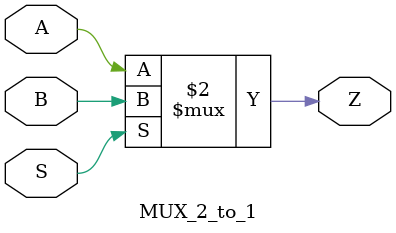
<source format=v>
`timescale 1ns / 1ps


module MUX_2_to_1(
    input A,
    input B,
    input S,
    output Z
    );
    assign Z = S == 1'b0 ? A : B;    
endmodule

</source>
